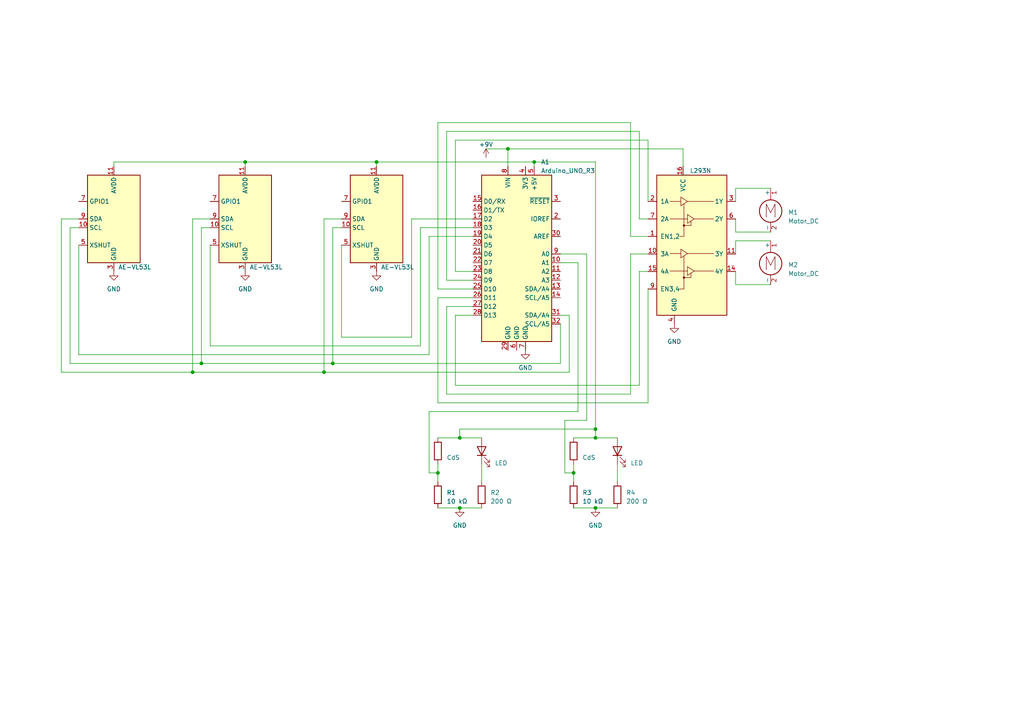
<source format=kicad_sch>
(kicad_sch (version 20230121) (generator eeschema)
  (paper "A4")
  (lib_symbols
    (symbol "Device:LED" (pin_numbers hide) (pin_names (offset 1.016) hide)
      (property "Reference" "D" (at 0 2.54 0))
      (property "Value" "LED" (at 0 -2.54 0))
      (symbol "LED_0_1"
        (polyline (pts (xy -1.27 -1.27) (xy -1.27 1.27)) (stroke (width 0.254)))
        (polyline (pts (xy -1.27 0) (xy 1.27 0)))
        (polyline (pts (xy 1.27 -1.27) (xy 1.27 1.27) (xy -1.27 0) (xy 1.27 -1.27)) (stroke (width 0.254)))
        (polyline (pts (xy -3.048 -0.762) (xy -4.572 -2.286) (xy -3.81 -2.286) (xy -4.572 -2.286) (xy -4.572 -1.524)))
        (polyline (pts (xy -1.778 -0.762) (xy -3.302 -2.286) (xy -2.54 -2.286) (xy -3.302 -2.286) (xy -3.302 -1.524)))
      )
      (symbol "LED_1_1"
        (pin passive line (at -3.81 0 0) (length 2.54) (name "K") (number "1"))
        (pin passive line (at 3.81 0 180) (length 2.54) (name "A") (number "2"))
      )
    )
    (symbol "Device:R" (pin_numbers hide) (pin_names (offset 0))
      (property "Reference" "R" (at 2.032 0 90))
      (property "Value" "R" (at 0 0 90))
      (symbol "R_0_1"
        (rectangle (start -1.016 -2.54) (end 1.016 2.54) (stroke (width 0.254)))
      )
      (symbol "R_1_1"
        (pin passive line (at 0 3.81 270) (length 1.27) (name "~") (number "1"))
        (pin passive line (at 0 -3.81 90) (length 1.27) (name "~") (number "2"))
      )
    )
    (symbol "Driver_Motor:L293" (pin_names (offset 1.016))
      (property "Value" "L293N" (at -0.5841 24.13 0))
      (symbol "L293_0_1"
        (rectangle (start -10.16 22.86) (end 10.16 -17.78) (stroke (width 0.254)) (fill (type background)))
        (circle (center -2.286 -6.858) (radius 0.254) (fill (type outline)))
        (circle (center -2.286 8.255) (radius 0.254) (fill (type outline)))
        (polyline (pts (xy -6.35 -4.953) (xy -1.27 -4.953)))
        (polyline (pts (xy -6.35 0.127) (xy -3.175 0.127)))
        (polyline (pts (xy -6.35 10.16) (xy -1.27 10.16)))
        (polyline (pts (xy -6.35 15.24) (xy -3.175 15.24)))
        (polyline (pts (xy -1.27 0.127) (xy 6.35 0.127)))
        (polyline (pts (xy -1.27 15.24) (xy 6.35 15.24)))
        (polyline (pts (xy 0.635 -4.953) (xy 6.35 -4.953)))
        (polyline (pts (xy 0.635 10.16) (xy 6.35 10.16)))
        (polyline (pts (xy -2.286 -6.858) (xy -0.254 -6.858) (xy -0.254 -5.588)))
        (polyline (pts (xy -2.286 -0.635) (xy -2.286 -10.16) (xy -3.556 -10.16)))
        (polyline (pts (xy -2.286 8.255) (xy -0.254 8.255) (xy -0.254 9.525)))
        (polyline (pts (xy -2.286 14.478) (xy -2.286 5.08) (xy -3.556 5.08)))
        (polyline (pts (xy -3.175 1.397) (xy -3.175 -1.143) (xy -1.27 0.127) (xy -3.175 1.397)))
        (polyline (pts (xy -3.175 16.51) (xy -3.175 13.97) (xy -1.27 15.24) (xy -3.175 16.51)))
        (polyline (pts (xy -1.27 -3.683) (xy -1.27 -6.223) (xy 0.635 -4.953) (xy -1.27 -3.683)))
        (polyline (pts (xy -1.27 11.43) (xy -1.27 8.89) (xy 0.635 10.16) (xy -1.27 11.43)))
      )
      (symbol "L293_1_1"
        (pin input line (at -12.7 5.08 0) (length 2.54) (name "EN1,2") (number "1"))
        (pin input line (at -12.7 0 0) (length 2.54) (name "3A") (number "10"))
        (pin output line (at 12.7 0 180) (length 2.54) (name "3Y") (number "11"))
        (pin output line (at 12.7 -5.08 180) (length 2.54) (name "4Y") (number "14"))
        (pin input line (at -12.7 -5.08 0) (length 2.54) (name "4A") (number "15"))
        (pin power_in line (at -2.54 25.4 270) (length 2.54) (name "VCC") (number "16"))
        (pin input line (at -12.7 15.24 0) (length 2.54) (name "1A") (number "2"))
        (pin output line (at 12.7 15.24 180) (length 2.54) (name "1Y") (number "3"))
        (pin power_in line (at -5.08 -20.32 90) (length 2.54) (name "GND") (number "4"))
        (pin output line (at 12.7 10.16 180) (length 2.54) (name "2Y") (number "6"))
        (pin input line (at -12.7 10.16 0) (length 2.54) (name "2A") (number "7"))
        (pin input line (at -12.7 -10.16 0) (length 2.54) (name "EN3,4") (number "9"))
      )
    )
    (symbol "MCU_Module:Arduino_UNO_R3"
      (property "Reference" "A" (at -10.16 23.495 0))
      (property "Value" "Arduino_UNO_R3" (at 5.08 -26.67 0))
      (symbol "Arduino_UNO_R3_0_1"
        (rectangle (start -10.16 22.86) (end 10.16 -25.4) (stroke (width 0.254)) (fill (type background)))
      )
      (symbol "Arduino_UNO_R3_1_1"
        (pin no_connect line (at -10.16 -20.32 0) (length 2.54) hide (name "NC") (number "1"))
        (pin bidirectional line (at 12.7 -2.54 180) (length 2.54) (name "A1") (number "10"))
        (pin bidirectional line (at 12.7 -5.08 180) (length 2.54) (name "A2") (number "11"))
        (pin bidirectional line (at 12.7 -7.62 180) (length 2.54) (name "A3") (number "12"))
        (pin bidirectional line (at 12.7 -10.16 180) (length 2.54) (name "SDA/A4") (number "13"))
        (pin bidirectional line (at 12.7 -12.7 180) (length 2.54) (name "SCL/A5") (number "14"))
        (pin bidirectional line (at -12.7 15.24 0) (length 2.54) (name "D0/RX") (number "15"))
        (pin bidirectional line (at -12.7 12.7 0) (length 2.54) (name "D1/TX") (number "16"))
        (pin bidirectional line (at -12.7 10.16 0) (length 2.54) (name "D2") (number "17"))
        (pin bidirectional line (at -12.7 7.62 0) (length 2.54) (name "D3") (number "18"))
        (pin bidirectional line (at -12.7 5.08 0) (length 2.54) (name "D4") (number "19"))
        (pin output line (at 12.7 10.16 180) (length 2.54) (name "IOREF") (number "2"))
        (pin bidirectional line (at -12.7 2.54 0) (length 2.54) (name "D5") (number "20"))
        (pin bidirectional line (at -12.7 0 0) (length 2.54) (name "D6") (number "21"))
        (pin bidirectional line (at -12.7 -2.54 0) (length 2.54) (name "D7") (number "22"))
        (pin bidirectional line (at -12.7 -5.08 0) (length 2.54) (name "D8") (number "23"))
        (pin bidirectional line (at -12.7 -7.62 0) (length 2.54) (name "D9") (number "24"))
        (pin bidirectional line (at -12.7 -10.16 0) (length 2.54) (name "D10") (number "25"))
        (pin bidirectional line (at -12.7 -12.7 0) (length 2.54) (name "D11") (number "26"))
        (pin bidirectional line (at -12.7 -15.24 0) (length 2.54) (name "D12") (number "27"))
        (pin bidirectional line (at -12.7 -17.78 0) (length 2.54) (name "D13") (number "28"))
        (pin power_in line (at -2.54 -27.94 90) (length 2.54) (name "GND") (number "29"))
        (pin input line (at 12.7 15.24 180) (length 2.54) (name "~{RESET}") (number "3"))
        (pin input line (at 12.7 5.08 180) (length 2.54) (name "AREF") (number "30"))
        (pin bidirectional line (at 12.7 -17.78 180) (length 2.54) (name "SDA/A4") (number "31"))
        (pin bidirectional line (at 12.7 -20.32 180) (length 2.54) (name "SCL/A5") (number "32"))
        (pin power_out line (at 2.54 25.4 270) (length 2.54) (name "3V3") (number "4"))
        (pin power_out line (at 5.08 25.4 270) (length 2.54) (name "+5V") (number "5"))
        (pin power_in line (at 0 -27.94 90) (length 2.54) (name "GND") (number "6"))
        (pin power_in line (at 2.54 -27.94 90) (length 2.54) (name "GND") (number "7"))
        (pin power_in line (at -2.54 25.4 270) (length 2.54) (name "VIN") (number "8"))
        (pin bidirectional line (at 12.7 0 180) (length 2.54) (name "A0") (number "9"))
      )
    )
    (symbol "Motor:Motor_DC" (pin_names (offset 0))
      (property "Reference" "M" (at 2.54 2.54 0))
      (property "Value" "Motor_DC" (at 2.54 -5.08 0))
      (symbol "Motor_DC_0_0"
        (polyline (pts (xy -1.27 -3.302) (xy -1.27 0.508) (xy 0 -2.032) (xy 1.27 0.508) (xy 1.27 -3.302)))
      )
      (symbol "Motor_DC_0_1"
        (circle (center 0 -1.524) (radius 3.2512) (stroke (width 0.254)))
        (polyline (pts (xy 0 -7.62) (xy 0 -7.112)))
        (polyline (pts (xy 0 -4.7752) (xy 0 -5.1816)))
        (polyline (pts (xy 0 1.7272) (xy 0 2.0828)))
        (polyline (pts (xy 0 2.032) (xy 0 2.54)))
      )
      (symbol "Motor_DC_1_1"
        (pin passive line (at 0 5.08 270) (length 2.54) (name "+") (number "1"))
        (pin passive line (at 0 -7.62 90) (length 2.54) (name "-") (number "2"))
      )
    )
    (symbol "Sensor_Distance:VL53L1CXV0FY1"
      (property "Value" "AE-VL53L" (at 8.89 -1.905 0))
      (symbol "VL53L1CXV0FY1_0_1"
        (rectangle (start -7.62 12.7) (end 7.62 -12.7) (stroke (width 0.254)) (fill (type background)))
      )
      (symbol "VL53L1CXV0FY1_1_1"
        (pin input line (at -10.16 -2.54 0) (length 2.54) (name "SCL") (number "10"))
        (pin power_in line (at 0 15.24 270) (length 2.54) (name "AVDD") (number "11"))
        (pin passive line (at 0 -15.24 90) (length 2.54) hide (name "GND") (number "12"))
        (pin power_in line (at 0 -15.24 90) (length 2.54) (name "GND") (number "3"))
        (pin passive line (at 0 -15.24 90) (length 2.54) hide (name "GND") (number "4"))
        (pin input line (at -10.16 -7.62 0) (length 2.54) (name "XSHUT") (number "5"))
        (pin passive line (at 0 -15.24 90) (length 2.54) hide (name "GND") (number "6"))
        (pin open_collector line (at -10.16 5.08 0) (length 2.54) (name "GPIO1") (number "7"))
        (pin no_connect line (at -7.62 7.62 0) (length 2.54) hide (name "DNC") (number "8"))
        (pin bidirectional line (at -10.16 0 0) (length 2.54) (name "SDA") (number "9"))
      )
    )
    (symbol "VL53L1CXV0FY1_1"
      (property "Value" "AE-VL53L" (at 8.89 -0.635 0))
      (symbol "VL53L1CXV0FY1_1_0_1"
        (rectangle (start -7.62 12.7) (end 7.62 -12.7) (stroke (width 0.254)) (fill (type background)))
      )
      (symbol "VL53L1CXV0FY1_1_1_1"
        (pin input line (at -10.16 -2.54 0) (length 2.54) (name "SCL") (number "10"))
        (pin power_in line (at 0 15.24 270) (length 2.54) (name "AVDD") (number "11"))
        (pin passive line (at 0 -15.24 90) (length 2.54) hide (name "GND") (number "12"))
        (pin power_in line (at 0 -15.24 90) (length 2.54) (name "GND") (number "3"))
        (pin passive line (at 0 -15.24 90) (length 2.54) hide (name "GND") (number "4"))
        (pin input line (at -10.16 -7.62 0) (length 2.54) (name "XSHUT") (number "5"))
        (pin passive line (at 0 -15.24 90) (length 2.54) hide (name "GND") (number "6"))
        (pin open_collector line (at -10.16 5.08 0) (length 2.54) (name "GPIO1") (number "7"))
        (pin no_connect line (at -7.62 7.62 0) (length 2.54) hide (name "DNC") (number "8"))
        (pin bidirectional line (at -10.16 0 0) (length 2.54) (name "SDA") (number "9"))
      )
    )
    (symbol "VL53L1CXV0FY1_2"
      (property "Value" "AE-VL53L" (at 8.89 -1.905 0))
      (symbol "VL53L1CXV0FY1_2_0_1"
        (rectangle (start -7.62 12.7) (end 7.62 -12.7) (stroke (width 0.254)) (fill (type background)))
      )
      (symbol "VL53L1CXV0FY1_2_1_1"
        (pin input line (at -10.16 -2.54 0) (length 2.54) (name "SCL") (number "10"))
        (pin power_in line (at 0 15.24 270) (length 2.54) (name "AVDD") (number "11"))
        (pin passive line (at 0 -15.24 90) (length 2.54) hide (name "GND") (number "12"))
        (pin power_in line (at 0 -15.24 90) (length 2.54) (name "GND") (number "3"))
        (pin passive line (at 0 -15.24 90) (length 2.54) hide (name "GND") (number "4"))
        (pin input line (at -10.16 -7.62 0) (length 2.54) (name "XSHUT") (number "5"))
        (pin passive line (at 0 -15.24 90) (length 2.54) hide (name "GND") (number "6"))
        (pin open_collector line (at -10.16 5.08 0) (length 2.54) (name "GPIO1") (number "7"))
        (pin no_connect line (at -7.62 7.62 0) (length 2.54) hide (name "DNC") (number "8"))
        (pin bidirectional line (at -10.16 0 0) (length 2.54) (name "SDA") (number "9"))
      )
    )
    (symbol "power:+9V" (power) (pin_names (offset 0))
      (property "Value" "+9V" (at 0 3.556 0))
      (symbol "+9V_0_1"
        (polyline (pts (xy -0.762 1.27) (xy 0 2.54)))
        (polyline (pts (xy 0 0) (xy 0 2.54)))
        (polyline (pts (xy 0 2.54) (xy 0.762 1.27)))
      )
      (symbol "+9V_1_1"
        (pin power_in line (at 0 0 90) (length 0) hide (name "+9V") (number "1"))
      )
    )
    (symbol "power:GND" (power) (pin_names (offset 0))
      (property "Value" "GND" (at 0 -3.81 0))
      (symbol "GND_0_1"
        (polyline (pts (xy 0 0) (xy 0 -1.27) (xy 1.27 -1.27) (xy 0 -2.54) (xy -1.27 -1.27) (xy 0 -1.27)))
      )
      (symbol "GND_1_1"
        (pin power_in line (at 0 0 270) (length 0) hide (name "GND") (number "1"))
      )
    )
  )
  (junction (at 127 137.16))
  (junction (at 133.35 147.32))
  (junction (at 55.88 107.95))
  (junction (at 172.72 124.46))
  (junction (at 71.12 46.99))
  (junction (at 93.98 107.95))
  (junction (at 172.72 147.32))
  (junction (at 109.22 46.99))
  (junction (at 58.42 105.41))
  (junction (at 147.32 43.18))
  (junction (at 96.52 105.41))
  (junction (at 154.94 46.99))
  (junction (at 166.37 137.16))
  (junction (at 133.35 127))
  (junction (at 172.72 127))
  (wire (pts (xy 132.08 111.76) (xy 185.42 111.76)))
  (wire (pts (xy 22.86 102.87) (xy 22.86 71.12)))
  (wire (pts (xy 182.88 73.66) (xy 187.96 73.66)))
  (wire (pts (xy 162.56 76.2) (xy 167.64 76.2)))
  (wire (pts (xy 172.72 127) (xy 179.07 127)))
  (wire (pts (xy 17.78 63.5) (xy 22.86 63.5)))
  (wire (pts (xy 185.42 38.1) (xy 185.42 63.5)))
  (wire (pts (xy 132.08 78.74) (xy 132.08 40.64)))
  (wire (pts (xy 167.64 76.2) (xy 167.64 119.38)))
  (wire (pts (xy 213.36 73.66) (xy 213.36 69.85)))
  (wire (pts (xy 96.52 66.04) (xy 96.52 105.41)))
  (wire (pts (xy 182.88 35.56) (xy 182.88 68.58)))
  (wire (pts (xy 93.98 107.95) (xy 165.1 107.95)))
  (wire (pts (xy 133.35 147.32) (xy 139.7 147.32)))
  (wire (pts (xy 127 127) (xy 133.35 127)))
  (wire (pts (xy 60.96 63.5) (xy 55.88 63.5)))
  (wire (pts (xy 124.46 119.38) (xy 124.46 137.16)))
  (wire (pts (xy 182.88 114.3) (xy 182.88 73.66)))
  (wire (pts (xy 137.16 83.82) (xy 127 83.82)))
  (wire (pts (xy 58.42 105.41) (xy 20.32 105.41)))
  (wire (pts (xy 129.54 38.1) (xy 185.42 38.1)))
  (wire (pts (xy 60.96 66.04) (xy 58.42 66.04)))
  (wire (pts (xy 99.06 66.04) (xy 96.52 66.04)))
  (wire (pts (xy 133.35 127) (xy 133.35 124.46)))
  (wire (pts (xy 109.22 48.26) (xy 109.22 46.99)))
  (wire (pts (xy 213.36 78.74) (xy 213.36 82.55)))
  (wire (pts (xy 20.32 66.04) (xy 22.86 66.04)))
  (wire (pts (xy 132.08 91.44) (xy 132.08 111.76)))
  (wire (pts (xy 127 83.82) (xy 127 35.56)))
  (wire (pts (xy 129.54 114.3) (xy 182.88 114.3)))
  (wire (pts (xy 166.37 147.32) (xy 172.72 147.32)))
  (wire (pts (xy 55.88 107.95) (xy 17.78 107.95)))
  (wire (pts (xy 124.46 68.58) (xy 124.46 102.87)))
  (wire (pts (xy 162.56 93.98) (xy 162.56 105.41)))
  (wire (pts (xy 109.22 46.99) (xy 71.12 46.99)))
  (wire (pts (xy 165.1 91.44) (xy 165.1 107.95)))
  (wire (pts (xy 213.36 82.55) (xy 223.52 82.55)))
  (wire (pts (xy 119.38 97.79) (xy 99.06 97.79)))
  (wire (pts (xy 129.54 88.9) (xy 129.54 114.3)))
  (wire (pts (xy 129.54 81.28) (xy 129.54 38.1)))
  (wire (pts (xy 140.97 43.18) (xy 147.32 43.18)))
  (wire (pts (xy 198.12 43.18) (xy 198.12 48.26)))
  (wire (pts (xy 96.52 105.41) (xy 162.56 105.41)))
  (wire (pts (xy 121.92 100.33) (xy 60.96 100.33)))
  (wire (pts (xy 185.42 63.5) (xy 187.96 63.5)))
  (wire (pts (xy 182.88 68.58) (xy 187.96 68.58)))
  (wire (pts (xy 170.18 121.92) (xy 163.83 121.92)))
  (wire (pts (xy 132.08 40.64) (xy 187.96 40.64)))
  (wire (pts (xy 127 134.62) (xy 127 137.16)))
  (wire (pts (xy 166.37 127) (xy 172.72 127)))
  (wire (pts (xy 213.36 58.42) (xy 213.36 54.61)))
  (wire (pts (xy 162.56 91.44) (xy 165.1 91.44)))
  (wire (pts (xy 163.83 121.92) (xy 163.83 137.16)))
  (wire (pts (xy 119.38 63.5) (xy 119.38 97.79)))
  (wire (pts (xy 109.22 46.99) (xy 154.94 46.99)))
  (wire (pts (xy 137.16 63.5) (xy 119.38 63.5)))
  (wire (pts (xy 137.16 81.28) (xy 129.54 81.28)))
  (wire (pts (xy 185.42 78.74) (xy 187.96 78.74)))
  (wire (pts (xy 147.32 43.18) (xy 198.12 43.18)))
  (wire (pts (xy 58.42 105.41) (xy 96.52 105.41)))
  (wire (pts (xy 133.35 127) (xy 139.7 127)))
  (wire (pts (xy 129.54 88.9) (xy 137.16 88.9)))
  (wire (pts (xy 166.37 137.16) (xy 166.37 139.7)))
  (wire (pts (xy 187.96 116.84) (xy 187.96 83.82)))
  (wire (pts (xy 147.32 48.26) (xy 147.32 43.18)))
  (wire (pts (xy 127 147.32) (xy 133.35 147.32)))
  (wire (pts (xy 58.42 66.04) (xy 58.42 105.41)))
  (wire (pts (xy 170.18 73.66) (xy 170.18 121.92)))
  (wire (pts (xy 33.02 46.99) (xy 33.02 48.26)))
  (wire (pts (xy 127 116.84) (xy 187.96 116.84)))
  (wire (pts (xy 179.07 134.62) (xy 179.07 139.7)))
  (wire (pts (xy 163.83 137.16) (xy 166.37 137.16)))
  (wire (pts (xy 127 35.56) (xy 182.88 35.56)))
  (wire (pts (xy 167.64 119.38) (xy 124.46 119.38)))
  (wire (pts (xy 213.36 67.31) (xy 223.52 67.31)))
  (wire (pts (xy 172.72 147.32) (xy 179.07 147.32)))
  (wire (pts (xy 93.98 63.5) (xy 93.98 107.95)))
  (wire (pts (xy 187.96 40.64) (xy 187.96 58.42)))
  (wire (pts (xy 154.94 46.99) (xy 154.94 48.26)))
  (wire (pts (xy 20.32 105.41) (xy 20.32 66.04)))
  (wire (pts (xy 60.96 100.33) (xy 60.96 71.12)))
  (wire (pts (xy 166.37 134.62) (xy 166.37 137.16)))
  (wire (pts (xy 162.56 73.66) (xy 170.18 73.66)))
  (wire (pts (xy 99.06 97.79) (xy 99.06 71.12)))
  (wire (pts (xy 172.72 46.99) (xy 172.72 124.46)))
  (wire (pts (xy 17.78 107.95) (xy 17.78 63.5)))
  (wire (pts (xy 124.46 102.87) (xy 22.86 102.87)))
  (wire (pts (xy 71.12 46.99) (xy 71.12 48.26)))
  (wire (pts (xy 71.12 46.99) (xy 33.02 46.99)))
  (wire (pts (xy 137.16 66.04) (xy 121.92 66.04)))
  (wire (pts (xy 137.16 91.44) (xy 132.08 91.44)))
  (wire (pts (xy 137.16 78.74) (xy 132.08 78.74)))
  (wire (pts (xy 121.92 66.04) (xy 121.92 100.33)))
  (wire (pts (xy 139.7 134.62) (xy 139.7 139.7)))
  (wire (pts (xy 137.16 68.58) (xy 124.46 68.58)))
  (wire (pts (xy 127 86.36) (xy 127 116.84)))
  (wire (pts (xy 172.72 124.46) (xy 172.72 127)))
  (wire (pts (xy 55.88 107.95) (xy 93.98 107.95)))
  (wire (pts (xy 213.36 63.5) (xy 213.36 67.31)))
  (wire (pts (xy 185.42 111.76) (xy 185.42 78.74)))
  (wire (pts (xy 154.94 46.99) (xy 172.72 46.99)))
  (wire (pts (xy 127 137.16) (xy 127 139.7)))
  (wire (pts (xy 133.35 124.46) (xy 172.72 124.46)))
  (wire (pts (xy 55.88 63.5) (xy 55.88 107.95)))
  (wire (pts (xy 124.46 137.16) (xy 127 137.16)))
  (wire (pts (xy 137.16 86.36) (xy 127 86.36)))
  (wire (pts (xy 213.36 54.61) (xy 223.52 54.61)))
  (wire (pts (xy 213.36 69.85) (xy 223.52 69.85)))
  (wire (pts (xy 99.06 63.5) (xy 93.98 63.5)))
  (symbol (lib_id "Device:R") (at 179.07 143.51 0) (unit 1)
    (property "Reference" "R4" (at 181.61 142.875 0) (effects (justify left)))
    (property "Value" "200 Ω" (at 181.61 145.415 0) (effects (justify left)))
  )
  (symbol (lib_id "Device:R") (at 139.7 143.51 0) (unit 1)
    (property "Reference" "R2" (at 142.24 142.875 0) (effects (justify left)))
    (property "Value" "200 Ω" (at 142.24 145.415 0) (effects (justify left)))
  )
  (symbol (lib_id "power:GND") (at 195.58 93.98 0) (unit 1)
    (property "Reference" "#PWR06" (effects hide))
    (property "Value" "GND" (at 195.58 99.06 0))
  )
  (symbol (lib_id "power:GND") (at 133.35 147.32 0) (unit 1)
    (property "Reference" "#PWR07" (effects hide))
    (property "Value" "GND" (at 133.35 152.4 0))
  )
  (symbol (lib_id "power:GND") (at 71.12 78.74 0) (unit 1)
    (property "Reference" "#PWR03" (effects hide))
    (property "Value" "GND" (at 71.12 83.82 0))
  )
  (symbol (lib_id "power:GND") (at 172.72 147.32 0) (unit 1)
    (property "Reference" "#PWR08" (effects hide))
    (property "Value" "GND" (at 172.72 152.4 0))
  )
  (symbol (lib_id "Device:R") (at 127 130.81 0) (unit 1)
    (property "Reference" "R4" (effects hide))
    (property "Value" "CdS" (at 129.54 132.715 0) (effects (justify left)))
  )
  (symbol (lib_id "MCU_Module:Arduino_UNO_R3") (at 149.86 73.66 0) (unit 1)
    (property "Reference" "A1" (at 156.8959 46.99 0) (effects (justify left)))
    (property "Value" "Arduino_UNO_R3" (at 156.8959 49.53 0) (effects (justify left)))
    (property "Footprint" "Module:Arduino_UNO_R3" (effects hide))
    (property "Datasheet" "https://www.arduino.cc/en/Main/arduinoBoardUno" (effects hide))
  )
  (symbol (lib_id "Device:LED") (at 179.07 130.81 90) (unit 1)
    (property "Reference" "D3" (effects hide))
    (property "Value" "LED" (at 182.88 134.3025 90) (effects (justify right)))
  )
  (symbol (lib_id "power:GND") (at 109.22 78.74 0) (unit 1)
    (property "Reference" "#PWR04" (effects hide))
    (property "Value" "GND" (at 109.22 83.82 0))
  )
  (symbol (lib_id "Motor:Motor_DC") (at 223.52 74.93 0) (unit 1)
    (property "Reference" "M2" (at 228.6 76.835 0) (effects (justify left)))
    (property "Value" "Motor_DC" (at 228.6 79.375 0) (effects (justify left)))
  )
  (symbol (lib_id "power:+9V") (at 140.97 45.72 0) (unit 1)
    (property "Reference" "#PWR01" (effects hide))
    (property "Value" "+9V" (at 140.97 41.91 0))
  )
  (symbol (lib_id "Device:R") (at 127 143.51 0) (unit 1)
    (property "Reference" "R1" (at 129.54 142.875 0) (effects (justify left)))
    (property "Value" "10 kΩ" (at 129.54 145.415 0) (effects (justify left)))
  )
  (symbol (lib_id "power:GND") (at 152.4 101.6 0) (unit 1)
    (property "Reference" "#PWR05" (effects hide))
    (property "Value" "GND" (at 152.4 106.68 0))
  )
  (symbol (lib_id "Driver_Motor:L293") (at 200.66 73.66 0) (unit 1)
    (property "Reference" "U4" (effects hide))
    (property "Value" "L293N" (at 200.0759 49.53 0) (effects (justify left)))
    (property "Footprint" "Package_DIP:DIP-16_W7.62mm" (effects hide))
    (property "Datasheet" "http://www.ti.com/lit/ds/symlink/l293.pdf" (effects hide))
  )
  (symbol (lib_id "Device:R") (at 166.37 143.51 0) (unit 1)
    (property "Reference" "R3" (at 168.91 142.875 0) (effects (justify left)))
    (property "Value" "10 kΩ" (at 168.91 145.415 0) (effects (justify left)))
  )
  (symbol (lib_id "Device:LED") (at 139.7 130.81 90) (unit 1)
    (property "Reference" "D2" (effects hide))
    (property "Value" "LED" (at 143.51 134.3025 90) (effects (justify right)))
  )
  (symbol (lib_name "VL53L1CXV0FY1_2") (lib_id "Sensor_Distance:VL53L1CXV0FY1") (at 71.12 63.5 0) (unit 1)
    (property "Reference" "U1" (effects hide))
    (property "Value" "AE-VL53L" (at 72.39 77.47 0) (effects (justify left)))
    (property "Footprint" "Sensor_Distance:ST_VL53L1x" (effects hide))
    (property "Datasheet" "https://www.st.com/resource/en/datasheet/vl53l1x.pdf" (effects hide))
  )
  (symbol (lib_id "Device:R") (at 166.37 130.81 0) (unit 1)
    (property "Reference" "R7" (effects hide))
    (property "Value" "CdS" (at 168.91 132.715 0) (effects (justify left)))
  )
  (symbol (lib_id "Motor:Motor_DC") (at 223.52 59.69 0) (unit 1)
    (property "Reference" "M1" (at 228.6 61.595 0) (effects (justify left)))
    (property "Value" "Motor_DC" (at 228.6 64.135 0) (effects (justify left)))
  )
  (symbol (lib_id "Sensor_Distance:VL53L1CXV0FY1") (at 109.22 63.5 0) (unit 1)
    (property "Reference" "U3" (effects hide))
    (property "Value" "AE-VL53L" (at 110.49 77.47 0) (effects (justify left)))
    (property "Footprint" "Sensor_Distance:ST_VL53L1x" (effects hide))
    (property "Datasheet" "https://www.st.com/resource/en/datasheet/vl53l1x.pdf" (effects hide))
  )
  (symbol (lib_name "VL53L1CXV0FY1_1") (lib_id "Sensor_Distance:VL53L1CXV0FY1") (at 33.02 63.5 0) (unit 1)
    (property "Reference" "U2" (effects hide))
    (property "Value" "AE-VL53L" (at 34.29 77.47 0) (effects (justify left)))
    (property "Footprint" "Sensor_Distance:ST_VL53L1x" (effects hide))
    (property "Datasheet" "https://www.st.com/resource/en/datasheet/vl53l1x.pdf" (effects hide))
  )
  (symbol (lib_id "power:GND") (at 33.02 78.74 0) (unit 1)
    (property "Reference" "#PWR02" (effects hide))
    (property "Value" "GND" (at 33.02 83.82 0))
  )
)
</source>
